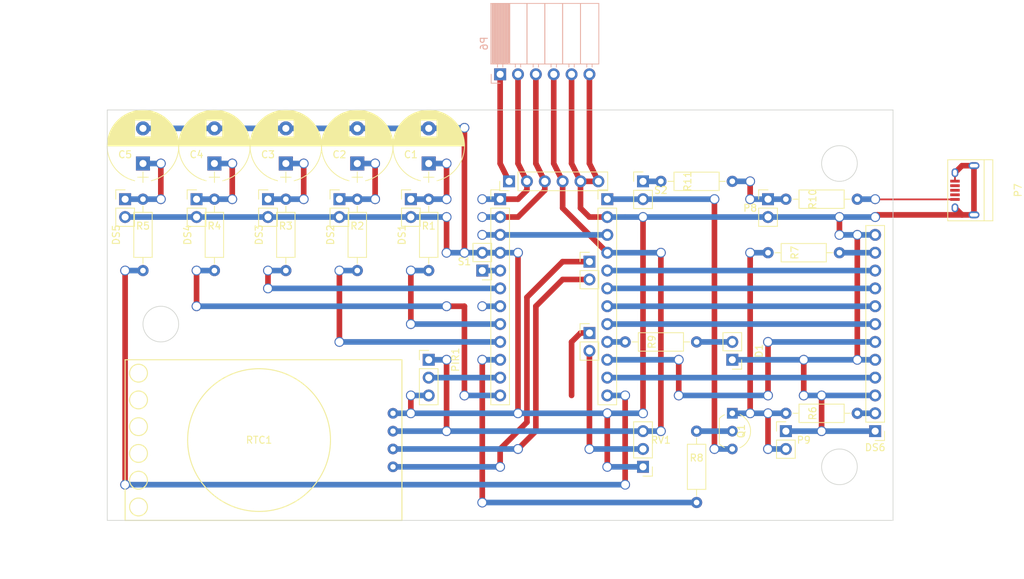
<source format=kicad_pcb>
(kicad_pcb (version 4) (host pcbnew 4.0.7)
  (title_block (title "Voltmeter Clock") (date 2017-03-29) (rev 2) (company "By Megasaturnv") (comment 1 "For Veroboard/Stripboard"))
  (layers (0 F.Cu signal) (31 B.Cu signal) (34 B.Paste user hide) (35 F.Paste user hide) (36 B.SilkS user) (37 F.SilkS user) (38 B.Mask user hide) (39 F.Mask user hide) (44 Edge.Cuts user))
  (net 0 "")
  (net 1 "/1(Tx)")
  (net 2 "/0(Rx)")
  (net 3 /Reset)
  (net 4 GND)
  (net 5 /2)
  (net 6 "/3(**)")
  (net 7 /4)
  (net 8 "/5(**)")
  (net 9 "/6(**)")
  (net 10 /7)
  (net 11 /8)
  (net 12 "/9(**)")
  (net 13 /DTR)
  (net 14 /A5)
  (net 15 /A4)
  (net 16 /RAW)
  (net 17 /A3)
  (net 18 /A2)
  (net 19 /A1)
  (net 20 /A0)
  (net 21 "/13(SCK)")
  (net 22 "/12(MISO)")
  (net 23 "/11(**/MOSI)")
  (net 24 "/10(**/SS)")
  (net 25 /A7)
  (net 26 /A6)
  (net 27 "Net-(C1-Pad1)")
  (net 28 "Net-(C2-Pad1)")
  (net 29 "Net-(C3-Pad1)")
  (net 30 "Net-(C4-Pad1)")
  (net 31 "Net-(C5-Pad1)")
  (net 32 "Net-(D1-Pad2)")
  (net 33 "Net-(DS6-Pad2)")
  (net 34 +3V3)
  (net 35 +5V)
  (net 36 "Net-(P7-Pad2)")
  (net 37 "Net-(P7-Pad3)")
  (net 38 "Net-(P7-Pad4)")
  (net 39 "Net-(Q1-Pad2)")
  (net 40 "Net-(DS6-Pad15)")
  (net 41 "Net-(P9-Pad2)")
  (net 42 /ONOFF_RAW)
  (net 43 "Net-(R11-Pad2)")
  (module Connectors:USB_Micro-B (layer F.Cu) (at 152.4 41.91 90)
    (fp_text reference P7 (at 0 7.62 90) (layer F.SilkS))
    (fp_text value USB_OTG)
    (pad 1 smd rect (at -1.3 -1.35 180) (size 1.35 0.4) (layers F.Cu F.Paste F.Mask) (net 35 +5V))
    (pad 2 smd rect (at -0.65 -1.35 180) (size 1.35 0.4) (layers F.Cu F.Paste F.Mask) (net 36 "Net-(P7-Pad2)"))
    (pad 3 smd rect (at 0 -1.35 180) (size 1.35 0.4) (layers F.Cu F.Paste F.Mask) (net 37 "Net-(P7-Pad3)"))
    (pad 4 smd rect (at 0.65 -1.35 180) (size 1.35 0.4) (layers F.Cu F.Paste F.Mask) (net 38 "Net-(P7-Pad4)"))
    (pad 5 smd rect (at 1.3 -1.35 180) (size 1.35 0.4) (layers F.Cu F.Paste F.Mask) (net 4 GND))
    (pad 6 thru_hole oval (at -2.5 -1.35 180) (size 0.95 1.25) (drill oval 0.55 0.85) (layers *.Cu *.Mask) (net 4 GND))
    (pad 6 thru_hole oval (at 2.5 -1.35 180) (size 0.95 1.25) (drill oval 0.55 0.85) (layers *.Cu *.Mask) (net 4 GND))
    (pad 6 thru_hole oval (at -3.5 1.35 180) (size 1.55 1) (drill oval 1.15 0.5) (layers *.Cu *.Mask) (net 4 GND))
    (pad 6 thru_hole oval (at 3.5 1.35 180) (size 1.55 1) (drill oval 1.15 0.5) (layers *.Cu *.Mask) (net 4 GND))
  )
  (module TO_SOT_Packages_THT:TO-92_Inline_Wide (layer F.Cu) (at 119.38 73.66 270)
    (fp_text reference Q1 (at 2.54 -1.27 450) (layer F.SilkS))
    (fp_text value Q_PNP_CBE)
    (pad 2 thru_hole circle (at 2.54 0) (size 1.52 1.52) (drill 0.8) (layers *.Cu *.Mask) (net 39 "Net-(Q1-Pad2)"))
    (pad 3 thru_hole circle (at 5.08 0) (size 1.52 1.52) (drill 0.8) (layers *.Cu *.Mask) (net 16 /RAW))
    (pad 1 thru_hole rect (at 0 0) (size 1.52 1.52) (drill 0.8) (layers *.Cu *.Mask) (net 41 "Net-(P9-Pad2)"))
  )
  (module Capacitors_THT:CP_Radial_D10.0mm_P5.00mm (layer F.Cu) (at 76.2 38.1 90)
    (fp_text reference C1 (at 1.27 -2.54 180) (layer F.SilkS))
    (fp_text value 47uF)
    (pad 1 thru_hole rect (at 0 0 90) (size 2 2) (drill 1) (layers *.Cu *.Mask) (net 27 "Net-(C1-Pad1)"))
    (pad 2 thru_hole circle (at 5 0 90) (size 2 2) (drill 1) (layers *.Cu *.Mask) (net 4 GND))
  )
  (module Capacitors_THT:CP_Radial_D10.0mm_P5.00mm (layer F.Cu) (at 66.04 38.1 90)
    (fp_text reference C2 (at 1.27 -2.54 180) (layer F.SilkS))
    (fp_text value 47uF)
    (pad 1 thru_hole rect (at 0 0 90) (size 2 2) (drill 1) (layers *.Cu *.Mask) (net 28 "Net-(C2-Pad1)"))
    (pad 2 thru_hole circle (at 5 0 90) (size 2 2) (drill 1) (layers *.Cu *.Mask) (net 4 GND))
  )
  (module Capacitors_THT:CP_Radial_D10.0mm_P5.00mm (layer F.Cu) (at 55.88 38.1 90)
    (fp_text reference C3 (at 1.27 -2.54 180) (layer F.SilkS))
    (fp_text value 47uF)
    (pad 1 thru_hole rect (at 0 0 90) (size 2 2) (drill 1) (layers *.Cu *.Mask) (net 29 "Net-(C3-Pad1)"))
    (pad 2 thru_hole circle (at 5 0 90) (size 2 2) (drill 1) (layers *.Cu *.Mask) (net 4 GND))
  )
  (module Capacitors_THT:CP_Radial_D10.0mm_P5.00mm (layer F.Cu) (at 45.72 38.1 90)
    (fp_text reference C4 (at 1.27 -2.54 180) (layer F.SilkS))
    (fp_text value 47uF)
    (pad 1 thru_hole rect (at 0 0 90) (size 2 2) (drill 1) (layers *.Cu *.Mask) (net 30 "Net-(C4-Pad1)"))
    (pad 2 thru_hole circle (at 5 0 90) (size 2 2) (drill 1) (layers *.Cu *.Mask) (net 4 GND))
  )
  (module Capacitors_THT:CP_Radial_D10.0mm_P5.00mm (layer F.Cu) (at 35.56 38.1 90)
    (fp_text reference C5 (at 1.27 -2.54 180) (layer F.SilkS))
    (fp_text value 47uF)
    (pad 1 thru_hole rect (at 0 0 90) (size 2 2) (drill 1) (layers *.Cu *.Mask) (net 31 "Net-(C5-Pad1)"))
    (pad 2 thru_hole circle (at 5 0 90) (size 2 2) (drill 1) (layers *.Cu *.Mask) (net 4 GND))
  )
  (module Pin_Headers:Pin_Header_Straight_1x02_Pitch2.54mm (layer F.Cu) (at 119.38 66.04 180)
    (fp_text reference D1 (at -3.81 1.27 270) (layer F.SilkS))
    (fp_text value LED)
    (pad 1 thru_hole rect (at 0 0 180) (size 1.7 1.7) (drill 1) (layers *.Cu *.Mask) (net 4 GND))
    (pad 2 thru_hole oval (at 0 2.54 180) (size 1.7 1.7) (drill 1) (layers *.Cu *.Mask) (net 32 "Net-(D1-Pad2)"))
  )
  (module Pin_Headers:Pin_Header_Straight_1x02_Pitch2.54mm (layer F.Cu) (at 73.66 43.18)
    (fp_text reference DS1 (at -1.27 5.08 90) (layer F.SilkS))
    (fp_text value VU_SECS)
    (pad 1 thru_hole rect (at 0 0) (size 1.7 1.7) (drill 1) (layers *.Cu *.Mask) (net 27 "Net-(C1-Pad1)"))
    (pad 2 thru_hole oval (at 0 2.54) (size 1.7 1.7) (drill 1) (layers *.Cu *.Mask) (net 4 GND))
  )
  (module Pin_Headers:Pin_Header_Straight_1x02_Pitch2.54mm (layer F.Cu) (at 63.5 43.18)
    (fp_text reference DS2 (at -1.27 5.08 90) (layer F.SilkS))
    (fp_text value VU_MINS)
    (pad 1 thru_hole rect (at 0 0) (size 1.7 1.7) (drill 1) (layers *.Cu *.Mask) (net 28 "Net-(C2-Pad1)"))
    (pad 2 thru_hole oval (at 0 2.54) (size 1.7 1.7) (drill 1) (layers *.Cu *.Mask) (net 4 GND))
  )
  (module Pin_Headers:Pin_Header_Straight_1x02_Pitch2.54mm (layer F.Cu) (at 53.34 43.18)
    (fp_text reference DS3 (at -1.27 5.08 90) (layer F.SilkS))
    (fp_text value VU_HOURS)
    (pad 1 thru_hole rect (at 0 0) (size 1.7 1.7) (drill 1) (layers *.Cu *.Mask) (net 29 "Net-(C3-Pad1)"))
    (pad 2 thru_hole oval (at 0 2.54) (size 1.7 1.7) (drill 1) (layers *.Cu *.Mask) (net 4 GND))
  )
  (module Pin_Headers:Pin_Header_Straight_1x02_Pitch2.54mm (layer F.Cu) (at 43.18 43.18)
    (fp_text reference DS4 (at -1.27 5.08 90) (layer F.SilkS))
    (fp_text value VU_DAY)
    (pad 1 thru_hole rect (at 0 0) (size 1.7 1.7) (drill 1) (layers *.Cu *.Mask) (net 30 "Net-(C4-Pad1)"))
    (pad 2 thru_hole oval (at 0 2.54) (size 1.7 1.7) (drill 1) (layers *.Cu *.Mask) (net 4 GND))
  )
  (module Pin_Headers:Pin_Header_Straight_1x02_Pitch2.54mm (layer F.Cu) (at 33.02 43.18)
    (fp_text reference DS5 (at -1.27 5.08 90) (layer F.SilkS))
    (fp_text value VU_MONTH)
    (pad 1 thru_hole rect (at 0 0) (size 1.7 1.7) (drill 1) (layers *.Cu *.Mask) (net 31 "Net-(C5-Pad1)"))
    (pad 2 thru_hole oval (at 0 2.54) (size 1.7 1.7) (drill 1) (layers *.Cu *.Mask) (net 4 GND))
  )
  (module Socket_Strips:Socket_Strip_Straight_1x12_Pitch2.54mm (layer F.Cu) (at 86.36 43.18)
    (fp_text reference P1 hide)
    (fp_text value Digital hide)
    (pad 1 thru_hole rect (at 0 0) (size 1.7 1.7) (drill 1) (layers *.Cu *.Mask) (net 1 "/1(Tx)"))
    (pad 2 thru_hole oval (at 0 2.54) (size 1.7 1.7) (drill 1) (layers *.Cu *.Mask) (net 2 "/0(Rx)"))
    (pad 3 thru_hole oval (at 0 5.08) (size 1.7 1.7) (drill 1) (layers *.Cu *.Mask) (net 3 /Reset))
    (pad 4 thru_hole oval (at 0 7.62) (size 1.7 1.7) (drill 1) (layers *.Cu *.Mask) (net 4 GND))
    (pad 5 thru_hole oval (at 0 10.16) (size 1.7 1.7) (drill 1) (layers *.Cu *.Mask) (net 5 /2))
    (pad 6 thru_hole oval (at 0 12.7) (size 1.7 1.7) (drill 1) (layers *.Cu *.Mask) (net 6 "/3(**)"))
    (pad 7 thru_hole oval (at 0 15.24) (size 1.7 1.7) (drill 1) (layers *.Cu *.Mask) (net 7 /4))
    (pad 8 thru_hole oval (at 0 17.78) (size 1.7 1.7) (drill 1) (layers *.Cu *.Mask) (net 8 "/5(**)"))
    (pad 9 thru_hole oval (at 0 20.32) (size 1.7 1.7) (drill 1) (layers *.Cu *.Mask) (net 9 "/6(**)"))
    (pad 10 thru_hole oval (at 0 22.86) (size 1.7 1.7) (drill 1) (layers *.Cu *.Mask) (net 10 /7))
    (pad 11 thru_hole oval (at 0 25.4) (size 1.7 1.7) (drill 1) (layers *.Cu *.Mask) (net 11 /8))
    (pad 12 thru_hole oval (at 0 27.94) (size 1.7 1.7) (drill 1) (layers *.Cu *.Mask) (net 12 "/9(**)"))
  )
  (module Pin_Headers:Pin_Header_Straight_1x06_Pitch2.54mm (layer F.Cu) (at 87.63 40.64 90)
    (fp_text reference P2 hide)
    (fp_text value COM hide)
    (pad 1 thru_hole rect (at 0 0 90) (size 1.7 1.7) (drill 1) (layers *.Cu *.Mask) (net 13 /DTR))
    (pad 2 thru_hole oval (at 0 2.54 90) (size 1.7 1.7) (drill 1) (layers *.Cu *.Mask) (net 1 "/1(Tx)"))
    (pad 3 thru_hole oval (at 0 5.08 90) (size 1.7 1.7) (drill 1) (layers *.Cu *.Mask) (net 2 "/0(Rx)"))
    (pad 4 thru_hole oval (at 0 7.62 90) (size 1.7 1.7) (drill 1) (layers *.Cu *.Mask) (net 34 +3V3))
    (pad 5 thru_hole oval (at 0 10.16 90) (size 1.7 1.7) (drill 1) (layers *.Cu *.Mask) (net 4 GND))
    (pad 6 thru_hole oval (at 0 12.7 90) (size 1.7 1.7) (drill 1) (layers *.Cu *.Mask) (net 4 GND))
  )
  (module Pin_Headers:Pin_Header_Straight_1x02_Pitch2.54mm (layer F.Cu) (at 99.06 52.07)
    (fp_text reference P3 hide)
    (fp_text value ADC hide)
    (pad 1 thru_hole rect (at 0 0) (size 1.7 1.7) (drill 1) (layers *.Cu *.Mask) (net 14 /A5))
    (pad 2 thru_hole oval (at 0 2.54) (size 1.7 1.7) (drill 1) (layers *.Cu *.Mask) (net 15 /A4))
  )
  (module Socket_Strips:Socket_Strip_Straight_1x12_Pitch2.54mm (layer F.Cu) (at 101.6 43.18)
    (fp_text reference P4 hide)
    (fp_text value Analog hide)
    (pad 1 thru_hole rect (at 0 0) (size 1.7 1.7) (drill 1) (layers *.Cu *.Mask) (net 16 /RAW))
    (pad 2 thru_hole oval (at 0 2.54) (size 1.7 1.7) (drill 1) (layers *.Cu *.Mask) (net 4 GND))
    (pad 3 thru_hole oval (at 0 5.08) (size 1.7 1.7) (drill 1) (layers *.Cu *.Mask) (net 3 /Reset))
    (pad 4 thru_hole oval (at 0 7.62) (size 1.7 1.7) (drill 1) (layers *.Cu *.Mask) (net 34 +3V3))
    (pad 5 thru_hole oval (at 0 10.16) (size 1.7 1.7) (drill 1) (layers *.Cu *.Mask) (net 17 /A3))
    (pad 6 thru_hole oval (at 0 12.7) (size 1.7 1.7) (drill 1) (layers *.Cu *.Mask) (net 18 /A2))
    (pad 7 thru_hole oval (at 0 15.24) (size 1.7 1.7) (drill 1) (layers *.Cu *.Mask) (net 19 /A1))
    (pad 8 thru_hole oval (at 0 17.78) (size 1.7 1.7) (drill 1) (layers *.Cu *.Mask) (net 20 /A0))
    (pad 9 thru_hole oval (at 0 20.32) (size 1.7 1.7) (drill 1) (layers *.Cu *.Mask) (net 21 "/13(SCK)"))
    (pad 10 thru_hole oval (at 0 22.86) (size 1.7 1.7) (drill 1) (layers *.Cu *.Mask) (net 22 "/12(MISO)"))
    (pad 11 thru_hole oval (at 0 25.4) (size 1.7 1.7) (drill 1) (layers *.Cu *.Mask) (net 23 "/11(**/MOSI)"))
    (pad 12 thru_hole oval (at 0 27.94) (size 1.7 1.7) (drill 1) (layers *.Cu *.Mask) (net 24 "/10(**/SS)"))
  )
  (module Pin_Headers:Pin_Header_Straight_1x02_Pitch2.54mm (layer F.Cu) (at 99.06 62.23)
    (fp_text reference P5 hide)
    (fp_text value ADC hide)
    (pad 1 thru_hole rect (at 0 0) (size 1.7 1.7) (drill 1) (layers *.Cu *.Mask) (net 25 /A7))
    (pad 2 thru_hole oval (at 0 2.54) (size 1.7 1.7) (drill 1) (layers *.Cu *.Mask) (net 26 /A6))
  )
  (module Socket_Strips:Socket_Strip_Angled_1x06_Pitch2.54mm (layer B.Cu) (at 86.36 25.4 270)
    (fp_text reference P6 (at -4.38 2.27 270) (layer B.SilkS) (effects (justify mirror)))
    (fp_text value Serial_Conn)
    (pad 1 thru_hole rect (at 0 0 270) (size 1.7 1.7) (drill 1) (layers *.Cu *.Mask) (net 13 /DTR))
    (pad 2 thru_hole oval (at 0 -2.54 270) (size 1.7 1.7) (drill 1) (layers *.Cu *.Mask) (net 1 "/1(Tx)"))
    (pad 3 thru_hole oval (at 0 -5.08 270) (size 1.7 1.7) (drill 1) (layers *.Cu *.Mask) (net 2 "/0(Rx)"))
    (pad 4 thru_hole oval (at 0 -7.62 270) (size 1.7 1.7) (drill 1) (layers *.Cu *.Mask) (net 34 +3V3))
    (pad 5 thru_hole oval (at 0 -10.16 270) (size 1.7 1.7) (drill 1) (layers *.Cu *.Mask) (net 4 GND))
    (pad 6 thru_hole oval (at 0 -12.7 270) (size 1.7 1.7) (drill 1) (layers *.Cu *.Mask) (net 4 GND))
  )
  (module Pin_Headers:Pin_Header_Straight_1x02_Pitch2.54mm (layer F.Cu) (at 124.46 43.18)
    (fp_text reference P8 (at -2.54 1.27) (layer F.SilkS))
    (fp_text value Battery_Conn)
    (pad 1 thru_hole rect (at 0 0) (size 1.7 1.7) (drill 1) (layers *.Cu *.Mask) (net 42 /ONOFF_RAW))
    (pad 2 thru_hole oval (at 0 2.54) (size 1.7 1.7) (drill 1) (layers *.Cu *.Mask) (net 4 GND))
  )
  (module Pin_Headers:Pin_Header_Straight_1x02_Pitch2.54mm (layer F.Cu) (at 127 76.2)
    (fp_text reference P9 (at 2.54 1.27) (layer F.SilkS))
    (fp_text value Backlight_Conn)
    (pad 1 thru_hole rect (at 0 0) (size 1.7 1.7) (drill 1) (layers *.Cu *.Mask) (net 4 GND))
    (pad 2 thru_hole oval (at 0 2.54) (size 1.7 1.7) (drill 1) (layers *.Cu *.Mask) (net 41 "Net-(P9-Pad2)"))
  )
  (module Pin_Headers:Pin_Header_Straight_1x03_Pitch2.54mm (layer F.Cu) (at 76.2 66.04)
    (fp_text reference PIR1 (at 3.81 0 90) (layer F.SilkS))
    (fp_text value PIR_SENSOR)
    (pad 1 thru_hole rect (at 0 0) (size 1.7 1.7) (drill 1) (layers *.Cu *.Mask) (net 34 +3V3))
    (pad 2 thru_hole oval (at 0 2.54) (size 1.7 1.7) (drill 1) (layers *.Cu *.Mask) (net 11 /8))
    (pad 3 thru_hole oval (at 0 5.08) (size 1.7 1.7) (drill 1) (layers *.Cu *.Mask) (net 4 GND))
  )
  (module Resistors_THT:R_Axial_DIN0207_L6.3mm_D2.5mm_P10.16mm_Horizontal (layer F.Cu) (at 76.2 53.34 90)
    (fp_text reference R1 (at 6.35 0 180) (layer F.SilkS))
    (fp_text value 470R)
    (pad 1 thru_hole circle (at 0 0 90) (size 1.6 1.6) (drill 0.8) (layers *.Cu *.Mask) (net 8 "/5(**)"))
    (pad 2 thru_hole oval (at 10.16 0 90) (size 1.6 1.6) (drill 0.8) (layers *.Cu *.Mask) (net 27 "Net-(C1-Pad1)"))
  )
  (module Resistors_THT:R_Axial_DIN0207_L6.3mm_D2.5mm_P10.16mm_Horizontal (layer F.Cu) (at 66.04 53.34 90)
    (fp_text reference R2 (at 6.35 0 180) (layer F.SilkS))
    (fp_text value 470R)
    (pad 1 thru_hole circle (at 0 0 90) (size 1.6 1.6) (drill 0.8) (layers *.Cu *.Mask) (net 9 "/6(**)"))
    (pad 2 thru_hole oval (at 10.16 0 90) (size 1.6 1.6) (drill 0.8) (layers *.Cu *.Mask) (net 28 "Net-(C2-Pad1)"))
  )
  (module Resistors_THT:R_Axial_DIN0207_L6.3mm_D2.5mm_P10.16mm_Horizontal (layer F.Cu) (at 55.88 53.34 90)
    (fp_text reference R3 (at 6.35 0 180) (layer F.SilkS))
    (fp_text value 470R)
    (pad 1 thru_hole circle (at 0 0 90) (size 1.6 1.6) (drill 0.8) (layers *.Cu *.Mask) (net 6 "/3(**)"))
    (pad 2 thru_hole oval (at 10.16 0 90) (size 1.6 1.6) (drill 0.8) (layers *.Cu *.Mask) (net 29 "Net-(C3-Pad1)"))
  )
  (module Resistors_THT:R_Axial_DIN0207_L6.3mm_D2.5mm_P10.16mm_Horizontal (layer F.Cu) (at 45.72 53.34 90)
    (fp_text reference R4 (at 6.35 0 180) (layer F.SilkS))
    (fp_text value 470R)
    (pad 1 thru_hole circle (at 0 0 90) (size 1.6 1.6) (drill 0.8) (layers *.Cu *.Mask) (net 12 "/9(**)"))
    (pad 2 thru_hole oval (at 10.16 0 90) (size 1.6 1.6) (drill 0.8) (layers *.Cu *.Mask) (net 30 "Net-(C4-Pad1)"))
  )
  (module Resistors_THT:R_Axial_DIN0207_L6.3mm_D2.5mm_P10.16mm_Horizontal (layer F.Cu) (at 35.56 53.34 90)
    (fp_text reference R5 (at 6.35 0 180) (layer F.SilkS))
    (fp_text value 470R)
    (pad 1 thru_hole circle (at 0 0 90) (size 1.6 1.6) (drill 0.8) (layers *.Cu *.Mask) (net 24 "/10(**/SS)"))
    (pad 2 thru_hole oval (at 10.16 0 90) (size 1.6 1.6) (drill 0.8) (layers *.Cu *.Mask) (net 31 "Net-(C5-Pad1)"))
  )
  (module Resistors_THT:R_Axial_DIN0207_L6.3mm_D2.5mm_P10.16mm_Horizontal (layer F.Cu) (at 127 73.66)
    (fp_text reference R6 (at 3.81 0 90) (layer F.SilkS))
    (fp_text value 300R)
    (pad 1 thru_hole circle (at 0 0) (size 1.6 1.6) (drill 0.8) (layers *.Cu *.Mask) (net 41 "Net-(P9-Pad2)"))
    (pad 2 thru_hole oval (at 10.16 0) (size 1.6 1.6) (drill 0.8) (layers *.Cu *.Mask) (net 33 "Net-(DS6-Pad2)"))
  )
  (module Resistors_THT:R_Axial_DIN0207_L6.3mm_D2.5mm_P10.16mm_Horizontal (layer F.Cu) (at 124.46 50.8)
    (fp_text reference R7 (at 3.81 0 90) (layer F.SilkS))
    (fp_text value 1000R)
    (pad 1 thru_hole circle (at 0 0) (size 1.6 1.6) (drill 0.8) (layers *.Cu *.Mask) (net 41 "Net-(P9-Pad2)"))
    (pad 2 thru_hole oval (at 10.16 0) (size 1.6 1.6) (drill 0.8) (layers *.Cu *.Mask) (net 40 "Net-(DS6-Pad15)"))
  )
  (module Resistors_THT:R_Axial_DIN0207_L6.3mm_D2.5mm_P10.16mm_Horizontal (layer F.Cu) (at 114.3 86.36 90)
    (fp_text reference R8 (at 6.35 0 180) (layer F.SilkS))
    (fp_text value 10000R)
    (pad 1 thru_hole circle (at 0 0 90) (size 1.6 1.6) (drill 0.8) (layers *.Cu *.Mask) (net 10 /7))
    (pad 2 thru_hole oval (at 10.16 0 90) (size 1.6 1.6) (drill 0.8) (layers *.Cu *.Mask) (net 39 "Net-(Q1-Pad2)"))
  )
  (module Resistors_THT:R_Axial_DIN0207_L6.3mm_D2.5mm_P10.16mm_Horizontal (layer F.Cu) (at 114.3 63.5 180)
    (fp_text reference R9 (at 6.35 0 270) (layer F.SilkS))
    (fp_text value 1000R)
    (pad 1 thru_hole circle (at 0 0 180) (size 1.6 1.6) (drill 0.8) (layers *.Cu *.Mask) (net 32 "Net-(D1-Pad2)"))
    (pad 2 thru_hole oval (at 10.16 0 180) (size 1.6 1.6) (drill 0.8) (layers *.Cu *.Mask) (net 21 "/13(SCK)"))
  )
  (module Resistors_THT:R_Axial_DIN0207_L6.3mm_D2.5mm_P10.16mm_Horizontal (layer F.Cu) (at 137.16 43.18 180)
    (fp_text reference R10 (at 6.35 0 270) (layer F.SilkS))
    (fp_text value 56R)
    (pad 1 thru_hole circle (at 0 0 180) (size 1.6 1.6) (drill 0.8) (layers *.Cu *.Mask) (net 35 +5V))
    (pad 2 thru_hole oval (at 10.16 0 180) (size 1.6 1.6) (drill 0.8) (layers *.Cu *.Mask) (net 42 /ONOFF_RAW))
  )
  (module Pin_Headers:Pin_Header_Straight_1x03_Pitch2.54mm (layer F.Cu) (at 106.68 81.28 180)
    (fp_text reference RV1 (at -2.54 3.81 180) (layer F.SilkS))
    (fp_text value POT100kR)
    (pad 1 thru_hole rect (at 0 0 180) (size 1.7 1.7) (drill 1) (layers *.Cu *.Mask) (net 4 GND))
    (pad 2 thru_hole oval (at 0 2.54 180) (size 1.7 1.7) (drill 1) (layers *.Cu *.Mask) (net 26 /A6))
    (pad 3 thru_hole oval (at 0 5.08 180) (size 1.7 1.7) (drill 1) (layers *.Cu *.Mask) (net 34 +3V3))
  )
  (module Pin_Headers:Pin_Header_Straight_1x02_Pitch2.54mm (layer F.Cu) (at 83.82 53.34 180)
    (fp_text reference S1 (at 2.54 1.27 180) (layer F.SilkS))
    (fp_text value PUSH_BUTTON)
    (pad 1 thru_hole rect (at 0 0 180) (size 1.7 1.7) (drill 1) (layers *.Cu *.Mask) (net 5 /2))
    (pad 2 thru_hole oval (at 0 2.54 180) (size 1.7 1.7) (drill 1) (layers *.Cu *.Mask) (net 4 GND))
  )
  (module Pin_Headers:Pin_Header_Straight_1x02_Pitch2.54mm (layer F.Cu) (at 106.68 40.64)
    (fp_text reference S2 (at 2.54 1.27) (layer F.SilkS))
    (fp_text value ON/OFF_SWITCH)
    (pad 1 thru_hole rect (at 0 0) (size 1.7 1.7) (drill 1) (layers *.Cu *.Mask) (net 43 "Net-(R11-Pad2)"))
    (pad 2 thru_hole oval (at 0 2.54) (size 1.7 1.7) (drill 1) (layers *.Cu *.Mask) (net 16 /RAW))
  )
  (module Pin_Headers:Pin_Header_Straight_1x12_Pitch2.54mm (layer F.Cu) (at 139.7 76.2 180)
    (fp_text reference DS6 (at 0 -2.33 180) (layer F.SilkS))
    (fp_text value 2004_LCD_DISPLAY)
    (pad 1 thru_hole rect (at 0 0 180) (size 1.7 1.7) (drill 1) (layers *.Cu *.Mask) (net 4 GND))
    (pad 2 thru_hole oval (at 0 2.54 180) (size 1.7 1.7) (drill 1) (layers *.Cu *.Mask) (net 33 "Net-(DS6-Pad2)"))
    (pad 3 thru_hole oval (at 0 5.08 180) (size 1.7 1.7) (drill 1) (layers *.Cu *.Mask) (net 4 GND))
    (pad 4 thru_hole oval (at 0 7.62 180) (size 1.7 1.7) (drill 1) (layers *.Cu *.Mask) (net 23 "/11(**/MOSI)"))
    (pad 5 thru_hole oval (at 0 10.16 180) (size 1.7 1.7) (drill 1) (layers *.Cu *.Mask) (net 4 GND))
    (pad 6 thru_hole oval (at 0 12.7 180) (size 1.7 1.7) (drill 1) (layers *.Cu *.Mask) (net 22 "/12(MISO)"))
    (pad 11 thru_hole oval (at 0 15.24 180) (size 1.7 1.7) (drill 1) (layers *.Cu *.Mask) (net 20 /A0))
    (pad 12 thru_hole oval (at 0 17.78 180) (size 1.7 1.7) (drill 1) (layers *.Cu *.Mask) (net 19 /A1))
    (pad 13 thru_hole oval (at 0 20.32 180) (size 1.7 1.7) (drill 1) (layers *.Cu *.Mask) (net 18 /A2))
    (pad 14 thru_hole oval (at 0 22.86 180) (size 1.7 1.7) (drill 1) (layers *.Cu *.Mask) (net 17 /A3))
    (pad 15 thru_hole oval (at 0 25.4 180) (size 1.7 1.7) (drill 1) (layers *.Cu *.Mask) (net 40 "Net-(DS6-Pad15)"))
    (pad 16 thru_hole oval (at 0 27.94 180) (size 1.7 1.7) (drill 1) (layers *.Cu *.Mask) (net 4 GND))
  )
  (module VoltmeterDisplayFootprintLibrary:RTC_DS3231 (layer F.Cu) (at 33.02 66.04)
    (fp_text reference RTC1 (at 19.05 11.43) (layer F.SilkS))
    (fp_text value RTC_DS3231)
    (pad 1 thru_hole circle (at 38.1 7.62) (size 1.524 1.524) (drill 0.762) (layers *.Cu *.Mask) (net 4 GND))
    (pad 2 thru_hole circle (at 38.1 10.16) (size 1.524 1.524) (drill 0.762) (layers *.Cu *.Mask) (net 34 +3V3))
    (pad 3 thru_hole circle (at 38.1 12.7) (size 1.524 1.524) (drill 0.762) (layers *.Cu *.Mask) (net 15 /A4))
    (pad 4 thru_hole circle (at 38.1 15.24) (size 1.524 1.524) (drill 0.762) (layers *.Cu *.Mask) (net 14 /A5))
  )
  (module Resistors_THT:R_Axial_DIN0207_L6.3mm_D2.5mm_P10.16mm_Horizontal (layer F.Cu) (at 119.38 40.64 180)
    (fp_text reference R11 (at 6.35 0 270) (layer F.SilkS))
    (fp_text value 56R)
    (pad 1 thru_hole circle (at 0 0 180) (size 1.6 1.6) (drill 0.8) (layers *.Cu *.Mask) (net 42 /ONOFF_RAW))
    (pad 2 thru_hole oval (at 10.16 0 180) (size 1.6 1.6) (drill 0.8) (layers *.Cu *.Mask) (net 43 "Net-(R11-Pad2)"))
  )
  (gr_line (start 142.24 30.48) (end 30.48 30.48) (angle 90) (layer Edge.Cuts) (width 0.1))
  (gr_line (start 30.48 88.9) (end 142.24 88.9) (angle 90) (layer Edge.Cuts) (width 0.1))
  (gr_line (start 142.24 30.48) (end 142.24 88.9) (angle 90) (layer Edge.Cuts) (width 0.1))
  (gr_line (start 30.48 88.9) (end 30.48 30.48) (angle 90) (layer Edge.Cuts) (width 0.1))
  (gr_circle (center 134.62 81.28) (end 134.62 83.82) (layer Edge.Cuts) (width 0.1))
  (gr_circle (center 134.62 38.1) (end 134.62 35.56) (layer Edge.Cuts) (width 0.1))
  (gr_circle (center 38.1 60.96) (end 38.1 63.5) (layer Edge.Cuts) (width 0.1))
  (segment (start 90.17 40.64) (end 88.9 38.1) (width 0.8) (layer F.Cu) (net 1))
  (segment (start 88.9 38.1) (end 88.9 25.4) (width 0.8) (layer F.Cu) (net 1))
  (segment (start 90.17 40.64) (end 90.17 41.91) (width 0.8) (layer F.Cu) (net 1))
  (segment (start 86.36 43.18) (end 83.82 43.18) (width 0.8) (layer B.Cu) (net 1))
  (via (at 83.82 43.18) (size 1.4) (drill 1.1) (layers F.Cu B.Cu) (net 1))
  (segment (start 90.17 41.91) (end 88.9 43.18) (width 0.8) (layer F.Cu) (net 1))
  (segment (start 88.9 43.18) (end 86.36 43.18) (width 0.8) (layer F.Cu) (net 1))
  (segment (start 86.36 45.72) (end 83.82 45.72) (width 0.8) (layer B.Cu) (net 2))
  (via (at 83.82 45.72) (size 1.4) (drill 1.1) (layers F.Cu B.Cu) (net 2))
  (segment (start 92.71 40.64) (end 91.44 38.1) (width 0.8) (layer F.Cu) (net 2))
  (segment (start 91.44 38.1) (end 91.44 25.4) (width 0.8) (layer F.Cu) (net 2))
  (segment (start 92.71 40.64) (end 92.71 41.91) (width 0.8) (layer F.Cu) (net 2))
  (segment (start 92.71 41.91) (end 88.9 45.72) (width 0.8) (layer F.Cu) (net 2))
  (segment (start 88.9 45.72) (end 86.36 45.72) (width 0.8) (layer F.Cu) (net 2))
  (segment (start 101.6 48.26) (end 86.36 48.26) (width 0.8) (layer B.Cu) (net 3))
  (segment (start 86.36 48.26) (end 83.82 48.26) (width 0.8) (layer B.Cu) (net 3))
  (via (at 83.82 48.26) (size 1.4) (drill 1.1) (layers F.Cu B.Cu) (net 3))
  (segment (start 106.68 45.72) (end 124.46 45.72) (width 0.8) (layer B.Cu) (net 4))
  (segment (start 124.46 45.72) (end 134.62 45.72) (width 0.8) (layer B.Cu) (net 4))
  (segment (start 100.33 40.64) (end 99.06 38.1) (width 0.8) (layer F.Cu) (net 4))
  (segment (start 99.06 38.1) (end 99.06 25.4) (width 0.8) (layer F.Cu) (net 4))
  (segment (start 97.79 40.64) (end 96.52 38.1) (width 0.8) (layer F.Cu) (net 4))
  (segment (start 96.52 38.1) (end 96.52 25.4) (width 0.8) (layer F.Cu) (net 4))
  (segment (start 97.79 40.64) (end 100.33 40.64) (width 0.8) (layer F.Cu) (net 4))
  (segment (start 101.6 45.72) (end 99.06 45.72) (width 0.8) (layer F.Cu) (net 4))
  (segment (start 99.06 45.72) (end 97.79 44.45) (width 0.8) (layer F.Cu) (net 4))
  (segment (start 97.79 44.45) (end 97.79 40.64) (width 0.8) (layer F.Cu) (net 4))
  (via (at 73.66 71.12) (size 1.4) (drill 1.1) (layers F.Cu B.Cu) (net 4))
  (segment (start 101.6 73.66) (end 88.9 73.66) (width 0.8) (layer B.Cu) (net 4))
  (segment (start 73.66 73.66) (end 88.9 73.66) (width 0.8) (layer B.Cu) (net 4))
  (segment (start 88.9 50.8) (end 86.36 50.8) (width 0.8) (layer B.Cu) (net 4))
  (via (at 88.9 73.66) (size 1.4) (drill 1.1) (layers F.Cu B.Cu) (net 4))
  (segment (start 88.9 73.66) (end 88.9 50.8) (width 0.8) (layer F.Cu) (net 4))
  (via (at 88.9 50.8) (size 1.4) (drill 1.1) (layers F.Cu B.Cu) (net 4))
  (segment (start 81.28 50.8) (end 86.36 50.8) (width 0.8) (layer B.Cu) (net 4))
  (segment (start 78.74 50.8) (end 81.28 50.8) (width 0.8) (layer B.Cu) (net 4))
  (segment (start 81.28 33.02) (end 76.2 33.1) (width 0.8) (layer B.Cu) (net 4))
  (via (at 81.28 50.8) (size 1.4) (drill 1.1) (layers F.Cu B.Cu) (net 4))
  (segment (start 81.28 33.02) (end 81.28 50.8) (width 0.8) (layer F.Cu) (net 4))
  (via (at 81.28 33.02) (size 1.4) (drill 1.1) (layers F.Cu B.Cu) (net 4))
  (segment (start 81.2 33.1) (end 81.28 33.02) (width 0.8) (layer B.Cu) (net 4))
  (segment (start 73.66 45.72) (end 78.74 45.72) (width 0.8) (layer B.Cu) (net 4))
  (segment (start 73.66 71.12) (end 76.2 71.12) (width 0.8) (layer B.Cu) (net 4))
  (segment (start 73.66 71.12) (end 73.66 73.66) (width 0.8) (layer F.Cu) (net 4))
  (via (at 73.66 73.66) (size 1.4) (drill 1.1) (layers F.Cu B.Cu) (net 4))
  (segment (start 73.66 71.12) (end 73.66 71.12) (width 0.8) (layer B.Cu) (net 4))
  (segment (start 127 76.2) (end 132.08 76.2) (width 0.8) (layer B.Cu) (net 4))
  (segment (start 134.62 45.72) (end 139.7 45.72) (width 0.8) (layer B.Cu) (net 4))
  (segment (start 140.01 45.41) (end 152.05 45.41) (width 0.8) (layer F.Cu) (net 4))
  (segment (start 139.7 45.72) (end 140.01 45.41) (width 0.8) (layer F.Cu) (net 4))
  (via (at 139.7 45.72) (size 1.4) (drill 1.1) (layers F.Cu B.Cu) (net 4))
  (segment (start 151.05 39.41) (end 151.05 40.61) (width 0.25) (layer F.Cu) (net 4))
  (segment (start 153.75 45.41) (end 152.05 45.41) (width 0.8) (layer F.Cu) (net 4))
  (segment (start 152.05 45.41) (end 151.05 44.41) (width 0.8) (layer F.Cu) (net 4))
  (segment (start 153.75 38.41) (end 152.05 38.41) (width 0.8) (layer F.Cu) (net 4))
  (segment (start 152.05 38.41) (end 151.05 39.41) (width 0.8) (layer F.Cu) (net 4))
  (via (at 78.74 50.8) (size 1.4) (drill 1.1) (layers F.Cu B.Cu) (net 4))
  (via (at 78.74 45.72) (size 1.4) (drill 1.1) (layers F.Cu B.Cu) (net 4))
  (segment (start 78.74 45.72) (end 78.74 50.8) (width 0.8) (layer F.Cu) (net 4))
  (segment (start 153.75 45.41) (end 153.75 38.41) (width 0.8) (layer F.Cu) (net 4))
  (segment (start 76.2 33.1) (end 66.04 33.1) (width 0.8) (layer B.Cu) (net 4))
  (segment (start 63.5 45.72) (end 73.66 45.72) (width 0.8) (layer B.Cu) (net 4))
  (via (at 134.62 45.72) (size 1.4) (drill 1.1) (layers F.Cu B.Cu) (net 4))
  (segment (start 134.62 45.72) (end 134.62 48.26) (width 0.8) (layer F.Cu) (net 4))
  (segment (start 101.6 45.72) (end 104.14 45.72) (width 0.8) (layer B.Cu) (net 4))
  (segment (start 104.14 45.72) (end 106.68 45.72) (width 0.8) (layer B.Cu) (net 4))
  (via (at 106.68 45.72) (size 1.4) (drill 1.1) (layers F.Cu B.Cu) (net 4))
  (segment (start 106.68 45.72) (end 106.68 73.66) (width 0.8) (layer F.Cu) (net 4))
  (segment (start 106.68 73.66) (end 101.6 73.66) (width 0.8) (layer B.Cu) (net 4))
  (via (at 106.68 73.66) (size 1.4) (drill 1.1) (layers F.Cu B.Cu) (net 4))
  (segment (start 119.38 66.04) (end 129.54 66.04) (width 0.8) (layer B.Cu) (net 4))
  (segment (start 101.6 81.28) (end 106.68 81.28) (width 0.8) (layer B.Cu) (net 4))
  (via (at 101.6 73.66) (size 1.4) (drill 1.1) (layers F.Cu B.Cu) (net 4))
  (segment (start 101.6 73.66) (end 101.6 81.28) (width 0.8) (layer F.Cu) (net 4))
  (via (at 101.6 81.28) (size 1.4) (drill 1.1) (layers F.Cu B.Cu) (net 4))
  (segment (start 73.66 73.66) (end 71.12 73.66) (width 0.8) (layer B.Cu) (net 4))
  (segment (start 86.36 50.8) (end 83.82 50.8) (width 0.8) (layer B.Cu) (net 4))
  (segment (start 33.02 45.72) (end 43.18 45.72) (width 0.8) (layer B.Cu) (net 4))
  (segment (start 43.18 45.72) (end 53.34 45.72) (width 0.8) (layer B.Cu) (net 4))
  (segment (start 53.34 45.72) (end 63.5 45.72) (width 0.8) (layer B.Cu) (net 4))
  (segment (start 35.56 33.1) (end 45.72 33.1) (width 0.8) (layer B.Cu) (net 4))
  (segment (start 45.72 33.1) (end 55.88 33.1) (width 0.8) (layer B.Cu) (net 4))
  (segment (start 55.88 33.1) (end 66.04 33.1) (width 0.8) (layer B.Cu) (net 4))
  (segment (start 129.54 66.04) (end 137.16 66.04) (width 0.8) (layer B.Cu) (net 4))
  (via (at 129.54 66.04) (size 1.4) (drill 1.1) (layers F.Cu B.Cu) (net 4))
  (via (at 129.54 71.12) (size 1.4) (drill 1.1) (layers F.Cu B.Cu) (net 4))
  (segment (start 129.54 71.12) (end 129.54 66.04) (width 0.8) (layer F.Cu) (net 4))
  (via (at 132.08 71.12) (size 1.4) (drill 1.1) (layers F.Cu B.Cu) (net 4))
  (segment (start 132.08 71.12) (end 129.54 71.12) (width 0.8) (layer B.Cu) (net 4))
  (segment (start 134.62 48.26) (end 137.16 48.26) (width 0.8) (layer B.Cu) (net 4))
  (via (at 134.62 48.26) (size 1.4) (drill 1.1) (layers F.Cu B.Cu) (net 4))
  (via (at 137.16 48.26) (size 1.4) (drill 1.1) (layers F.Cu B.Cu) (net 4))
  (segment (start 139.7 76.2) (end 132.08 76.2) (width 0.8) (layer B.Cu) (net 4))
  (segment (start 132.08 76.2) (end 132.08 71.12) (width 0.8) (layer F.Cu) (net 4))
  (via (at 132.08 76.2) (size 1.4) (drill 1.1) (layers F.Cu B.Cu) (net 4))
  (segment (start 137.16 48.26) (end 139.7 48.26) (width 0.8) (layer B.Cu) (net 4))
  (segment (start 139.7 66.04) (end 137.16 66.04) (width 0.8) (layer B.Cu) (net 4))
  (via (at 137.16 66.04) (size 1.4) (drill 1.1) (layers F.Cu B.Cu) (net 4))
  (segment (start 137.16 66.04) (end 137.16 48.26) (width 0.8) (layer F.Cu) (net 4))
  (segment (start 132.08 71.12) (end 139.7 71.12) (width 0.8) (layer B.Cu) (net 4))
  (segment (start 86.36 53.34) (end 83.82 53.34) (width 0.8) (layer B.Cu) (net 5))
  (segment (start 86.36 55.88) (end 53.34 55.88) (width 0.8) (layer B.Cu) (net 6))
  (segment (start 53.34 53.34) (end 55.88 53.34) (width 0.8) (layer B.Cu) (net 6))
  (via (at 53.34 53.34) (size 1.4) (drill 1.1) (layers F.Cu B.Cu) (net 6))
  (segment (start 53.34 55.88) (end 53.34 53.34) (width 0.8) (layer F.Cu) (net 6))
  (via (at 53.34 55.88) (size 1.4) (drill 1.1) (layers F.Cu B.Cu) (net 6))
  (segment (start 86.36 58.42) (end 83.82 58.42) (width 0.8) (layer B.Cu) (net 7))
  (via (at 83.82 58.42) (size 1.4) (drill 1.1) (layers F.Cu B.Cu) (net 7))
  (segment (start 86.36 60.96) (end 73.66 60.96) (width 0.8) (layer B.Cu) (net 8))
  (via (at 73.66 60.96) (size 1.4) (drill 1.1) (layers F.Cu B.Cu) (net 8))
  (segment (start 73.66 60.96) (end 73.66 53.34) (width 0.8) (layer F.Cu) (net 8))
  (via (at 73.66 53.34) (size 1.4) (drill 1.1) (layers F.Cu B.Cu) (net 8))
  (segment (start 73.66 53.34) (end 76.2 53.34) (width 0.8) (layer B.Cu) (net 8))
  (segment (start 66.04 53.34) (end 63.5 53.34) (width 0.8) (layer B.Cu) (net 9))
  (segment (start 63.5 63.5) (end 86.36 63.5) (width 0.8) (layer B.Cu) (net 9))
  (via (at 63.5 63.5) (size 1.4) (drill 1.1) (layers F.Cu B.Cu) (net 9))
  (segment (start 63.5 53.34) (end 63.5 63.5) (width 0.8) (layer F.Cu) (net 9))
  (via (at 63.5 53.34) (size 1.4) (drill 1.1) (layers F.Cu B.Cu) (net 9))
  (segment (start 114.3 86.36) (end 83.82 86.36) (width 0.8) (layer B.Cu) (net 10))
  (via (at 83.82 86.36) (size 1.4) (drill 1.1) (layers F.Cu B.Cu) (net 10))
  (segment (start 83.82 86.36) (end 83.82 66.04) (width 0.8) (layer F.Cu) (net 10))
  (via (at 83.82 66.04) (size 1.4) (drill 1.1) (layers F.Cu B.Cu) (net 10))
  (segment (start 83.82 66.04) (end 86.36 66.04) (width 0.8) (layer B.Cu) (net 10))
  (segment (start 76.2 68.58) (end 86.36 68.58) (width 0.8) (layer B.Cu) (net 11))
  (segment (start 81.28 71.12) (end 81.28 58.42) (width 0.8) (layer F.Cu) (net 12))
  (segment (start 81.28 58.42) (end 78.74 58.42) (width 0.8) (layer F.Cu) (net 12))
  (segment (start 81.28 71.12) (end 86.36 71.12) (width 0.8) (layer B.Cu) (net 12))
  (via (at 81.28 71.12) (size 1.4) (drill 1.1) (layers F.Cu B.Cu) (net 12))
  (via (at 78.74 58.42) (size 1.4) (drill 1.1) (layers F.Cu B.Cu) (net 12))
  (segment (start 78.74 58.42) (end 43.18 58.42) (width 0.8) (layer B.Cu) (net 12))
  (via (at 43.18 58.42) (size 1.4) (drill 1.1) (layers F.Cu B.Cu) (net 12))
  (segment (start 43.18 58.42) (end 43.18 53.34) (width 0.8) (layer F.Cu) (net 12))
  (via (at 43.18 53.34) (size 1.4) (drill 1.1) (layers F.Cu B.Cu) (net 12))
  (segment (start 45.72 53.34) (end 43.18 53.34) (width 0.8) (layer B.Cu) (net 12))
  (segment (start 87.63 40.64) (end 86.36 38.1) (width 0.8) (layer F.Cu) (net 13))
  (segment (start 86.36 38.1) (end 86.36 25.4) (width 0.8) (layer F.Cu) (net 13))
  (segment (start 71.12 81.28) (end 86.36 81.28) (width 0.8) (layer B.Cu) (net 14))
  (segment (start 90.17 74.93) (end 86.36 78.74) (width 0.8) (layer F.Cu) (net 14))
  (via (at 86.36 81.28) (size 1.4) (drill 1.1) (layers F.Cu B.Cu) (net 14))
  (segment (start 95.25 52.07) (end 90.17 57.15) (width 0.8) (layer F.Cu) (net 14))
  (segment (start 95.25 52.07) (end 99.06 52.07) (width 0.8) (layer F.Cu) (net 14))
  (segment (start 90.17 57.15) (end 90.17 74.93) (width 0.8) (layer F.Cu) (net 14))
  (segment (start 86.36 78.74) (end 86.36 81.28) (width 0.8) (layer F.Cu) (net 14))
  (segment (start 91.44 58.42) (end 91.44 76.2) (width 0.8) (layer F.Cu) (net 15))
  (segment (start 99.06 54.61) (end 95.25 54.61) (width 0.8) (layer F.Cu) (net 15))
  (segment (start 95.25 54.61) (end 91.44 58.42) (width 0.8) (layer F.Cu) (net 15))
  (via (at 88.9 78.74) (size 1.4) (drill 1.1) (layers F.Cu B.Cu) (net 15))
  (segment (start 88.9 78.74) (end 71.12 78.74) (width 0.8) (layer B.Cu) (net 15))
  (segment (start 91.44 76.2) (end 88.9 78.74) (width 0.8) (layer F.Cu) (net 15))
  (segment (start 119.38 78.74) (end 116.84 78.74) (width 0.8) (layer B.Cu) (net 16))
  (segment (start 116.84 43.18) (end 106.68 43.18) (width 0.8) (layer B.Cu) (net 16))
  (via (at 116.84 43.18) (size 1.4) (drill 1.1) (layers F.Cu B.Cu) (net 16))
  (segment (start 116.84 78.74) (end 116.84 43.18) (width 0.8) (layer F.Cu) (net 16))
  (via (at 116.84 78.74) (size 1.4) (drill 1.1) (layers F.Cu B.Cu) (net 16))
  (segment (start 101.6 43.18) (end 106.68 43.18) (width 0.8) (layer B.Cu) (net 16))
  (segment (start 101.6 53.34) (end 139.7 53.34) (width 0.8) (layer B.Cu) (net 17))
  (segment (start 139.7 55.88) (end 101.6 55.88) (width 0.8) (layer B.Cu) (net 18))
  (segment (start 101.6 58.42) (end 139.7 58.42) (width 0.8) (layer B.Cu) (net 19))
  (segment (start 101.6 60.96) (end 139.7 60.96) (width 0.8) (layer B.Cu) (net 20))
  (segment (start 101.6 63.5) (end 104.14 63.5) (width 0.8) (layer B.Cu) (net 21))
  (via (at 124.46 71.12) (size 1.4) (drill 1.1) (layers F.Cu B.Cu) (net 22))
  (segment (start 124.46 71.12) (end 124.46 63.5) (width 0.8) (layer F.Cu) (net 22))
  (via (at 124.46 63.5) (size 1.4) (drill 1.1) (layers F.Cu B.Cu) (net 22))
  (segment (start 124.46 63.5) (end 139.7 63.5) (width 0.8) (layer B.Cu) (net 22))
  (segment (start 111.76 71.12) (end 124.46 71.12) (width 0.8) (layer B.Cu) (net 22))
  (segment (start 101.6 66.04) (end 111.76 66.04) (width 0.8) (layer B.Cu) (net 22))
  (via (at 111.76 71.12) (size 1.4) (drill 1.1) (layers F.Cu B.Cu) (net 22))
  (segment (start 111.76 66.04) (end 111.76 71.12) (width 0.8) (layer F.Cu) (net 22))
  (via (at 111.76 66.04) (size 1.4) (drill 1.1) (layers F.Cu B.Cu) (net 22))
  (segment (start 101.6 68.58) (end 139.7 68.58) (width 0.8) (layer B.Cu) (net 23))
  (segment (start 101.6 71.12) (end 104.14 71.12) (width 0.8) (layer B.Cu) (net 24))
  (segment (start 33.02 53.34) (end 35.56 53.34) (width 0.8) (layer B.Cu) (net 24))
  (via (at 33.02 53.34) (size 1.4) (drill 1.1) (layers F.Cu B.Cu) (net 24))
  (segment (start 33.02 83.82) (end 33.02 53.34) (width 0.8) (layer F.Cu) (net 24))
  (via (at 33.02 83.82) (size 1.4) (drill 1.1) (layers F.Cu B.Cu) (net 24))
  (segment (start 104.14 83.82) (end 33.02 83.82) (width 0.8) (layer B.Cu) (net 24))
  (via (at 104.14 83.82) (size 1.4) (drill 1.1) (layers F.Cu B.Cu) (net 24))
  (segment (start 104.14 71.12) (end 104.14 83.82) (width 0.8) (layer F.Cu) (net 24))
  (via (at 104.14 71.12) (size 1.4) (drill 1.1) (layers F.Cu B.Cu) (net 24))
  (segment (start 96.52 63.5) (end 96.52 71.12) (width 0.8) (layer F.Cu) (net 25))
  (segment (start 97.79 62.23) (end 96.52 63.5) (width 0.8) (layer F.Cu) (net 25))
  (segment (start 99.06 62.23) (end 97.79 62.23) (width 0.8) (layer F.Cu) (net 25))
  (segment (start 99.06 64.77) (end 99.06 78.74) (width 0.8) (layer F.Cu) (net 26))
  (via (at 99.06 78.74) (size 1.4) (drill 1.1) (layers F.Cu B.Cu) (net 26))
  (segment (start 99.06 78.74) (end 106.68 78.74) (width 0.8) (layer B.Cu) (net 26))
  (segment (start 73.66 43.18) (end 76.2 43.18) (width 0.8) (layer B.Cu) (net 27))
  (via (at 78.74 43.18) (size 1.4) (drill 1.1) (layers F.Cu B.Cu) (net 27))
  (segment (start 78.74 43.18) (end 78.74 38.1) (width 0.8) (layer F.Cu) (net 27))
  (via (at 78.74 38.1) (size 1.4) (drill 1.1) (layers F.Cu B.Cu) (net 27))
  (segment (start 76.2 43.18) (end 78.74 43.18) (width 0.8) (layer B.Cu) (net 27))
  (segment (start 78.74 38.1) (end 76.2 38.1) (width 0.8) (layer B.Cu) (net 27))
  (via (at 68.58 43.18) (size 1.4) (drill 1.1) (layers F.Cu B.Cu) (net 28))
  (segment (start 68.58 43.18) (end 68.58 38.1) (width 0.8) (layer F.Cu) (net 28))
  (via (at 68.58 38.1) (size 1.4) (drill 1.1) (layers F.Cu B.Cu) (net 28))
  (segment (start 63.5 43.18) (end 66.04 43.18) (width 0.8) (layer B.Cu) (net 28))
  (segment (start 66.04 43.18) (end 68.58 43.18) (width 0.8) (layer B.Cu) (net 28))
  (segment (start 68.58 38.1) (end 66.04 38.1) (width 0.8) (layer B.Cu) (net 28))
  (segment (start 58.42 43.18) (end 58.42 38.1) (width 0.8) (layer F.Cu) (net 29))
  (via (at 58.42 43.18) (size 1.4) (drill 1.1) (layers F.Cu B.Cu) (net 29))
  (via (at 58.42 38.1) (size 1.4) (drill 1.1) (layers F.Cu B.Cu) (net 29))
  (segment (start 53.34 43.18) (end 55.88 43.18) (width 0.8) (layer B.Cu) (net 29))
  (segment (start 55.88 43.18) (end 58.42 43.18) (width 0.8) (layer B.Cu) (net 29))
  (segment (start 58.42 38.1) (end 55.88 38.1) (width 0.8) (layer B.Cu) (net 29))
  (segment (start 43.18 43.18) (end 45.72 43.18) (width 0.8) (layer B.Cu) (net 30))
  (segment (start 45.72 43.18) (end 48.26 43.18) (width 0.8) (layer B.Cu) (net 30))
  (segment (start 48.26 38.1) (end 45.72 38.1) (width 0.8) (layer B.Cu) (net 30))
  (via (at 48.26 38.1) (size 1.4) (drill 1.1) (layers F.Cu B.Cu) (net 30))
  (segment (start 48.26 43.18) (end 48.26 38.1) (width 0.8) (layer F.Cu) (net 30))
  (via (at 48.26 43.18) (size 1.4) (drill 1.1) (layers F.Cu B.Cu) (net 30))
  (segment (start 33.02 43.18) (end 35.56 43.18) (width 0.8) (layer B.Cu) (net 31))
  (segment (start 35.56 43.18) (end 38.1 43.18) (width 0.8) (layer B.Cu) (net 31))
  (via (at 38.1 43.18) (size 1.4) (drill 1.1) (layers F.Cu B.Cu) (net 31))
  (segment (start 38.1 43.18) (end 38.1 38.1) (width 0.8) (layer F.Cu) (net 31))
  (via (at 38.1 38.1) (size 1.4) (drill 1.1) (layers F.Cu B.Cu) (net 31))
  (segment (start 38.1 38.1) (end 35.56 38.1) (width 0.8) (layer B.Cu) (net 31))
  (segment (start 114.3 63.5) (end 119.38 63.5) (width 0.8) (layer B.Cu) (net 32))
  (segment (start 139.7 73.66) (end 137.16 73.66) (width 0.8) (layer B.Cu) (net 33))
  (segment (start 95.25 40.64) (end 93.98 38.1) (width 0.8) (layer F.Cu) (net 34))
  (segment (start 93.98 38.1) (end 93.98 25.4) (width 0.8) (layer F.Cu) (net 34))
  (segment (start 101.6 50.8) (end 95.25 44.45) (width 0.8) (layer F.Cu) (net 34))
  (segment (start 95.25 44.45) (end 95.25 40.64) (width 0.8) (layer F.Cu) (net 34))
  (segment (start 101.6 50.8) (end 109.22 50.8) (width 0.8) (layer B.Cu) (net 34))
  (via (at 109.22 50.8) (size 1.4) (drill 1.1) (layers F.Cu B.Cu) (net 34))
  (segment (start 109.22 50.8) (end 109.22 76.2) (width 0.8) (layer F.Cu) (net 34))
  (via (at 109.22 76.2) (size 1.4) (drill 1.1) (layers F.Cu B.Cu) (net 34))
  (segment (start 109.22 76.2) (end 106.68 76.2) (width 0.8) (layer B.Cu) (net 34))
  (segment (start 76.2 66.04) (end 78.74 66.04) (width 0.8) (layer B.Cu) (net 34))
  (via (at 78.74 66.04) (size 1.4) (drill 1.1) (layers F.Cu B.Cu) (net 34))
  (segment (start 78.74 66.04) (end 78.74 76.2) (width 0.8) (layer F.Cu) (net 34))
  (via (at 78.74 76.2) (size 1.4) (drill 1.1) (layers F.Cu B.Cu) (net 34))
  (segment (start 71.12 76.2) (end 78.74 76.2) (width 0.8) (layer B.Cu) (net 34))
  (segment (start 78.74 76.2) (end 106.68 76.2) (width 0.8) (layer B.Cu) (net 34))
  (segment (start 137.16 43.18) (end 139.7 43.18) (width 0.8) (layer B.Cu) (net 35))
  (segment (start 139.73 43.21) (end 151.05 43.21) (width 0.25) (layer F.Cu) (net 35))
  (segment (start 139.7 43.18) (end 139.73 43.21) (width 0.8) (layer F.Cu) (net 35))
  (via (at 139.7 43.18) (size 1.4) (drill 1.1) (layers F.Cu B.Cu) (net 35))
  (segment (start 119.38 76.2) (end 114.3 76.2) (width 0.8) (layer B.Cu) (net 39))
  (segment (start 134.62 50.8) (end 139.7 50.8) (width 0.8) (layer B.Cu) (net 40))
  (segment (start 127 78.74) (end 124.46 78.74) (width 0.8) (layer B.Cu) (net 41))
  (via (at 124.46 78.74) (size 1.4) (drill 1.1) (layers F.Cu B.Cu) (net 41))
  (segment (start 124.46 78.74) (end 124.46 73.66) (width 0.8) (layer F.Cu) (net 41))
  (via (at 124.46 73.66) (size 1.4) (drill 1.1) (layers F.Cu B.Cu) (net 41))
  (segment (start 121.92 73.66) (end 119.38 73.66) (width 0.8) (layer B.Cu) (net 41))
  (segment (start 124.46 50.8) (end 121.92 50.8) (width 0.8) (layer B.Cu) (net 41))
  (via (at 121.92 50.8) (size 1.4) (drill 1.1) (layers F.Cu B.Cu) (net 41))
  (segment (start 121.92 50.8) (end 121.92 73.66) (width 0.8) (layer F.Cu) (net 41))
  (via (at 121.92 73.66) (size 1.4) (drill 1.1) (layers F.Cu B.Cu) (net 41))
  (segment (start 121.92 73.66) (end 124.46 73.66) (width 0.8) (layer B.Cu) (net 41))
  (segment (start 124.46 73.66) (end 127 73.66) (width 0.8) (layer B.Cu) (net 41))
  (segment (start 119.38 40.64) (end 121.92 40.64) (width 0.8) (layer B.Cu) (net 42))
  (segment (start 121.92 43.18) (end 124.46 43.18) (width 0.8) (layer B.Cu) (net 42))
  (via (at 121.92 43.18) (size 1.4) (drill 1.1) (layers F.Cu B.Cu) (net 42))
  (segment (start 121.92 40.64) (end 121.92 43.18) (width 0.8) (layer F.Cu) (net 42))
  (via (at 121.92 40.64) (size 1.4) (drill 1.1) (layers F.Cu B.Cu) (net 42))
  (segment (start 124.46 43.18) (end 127 43.18) (width 0.8) (layer B.Cu) (net 42))
  (segment (start 106.68 40.64) (end 109.22 40.64) (width 0.8) (layer B.Cu) (net 43))
)
</source>
